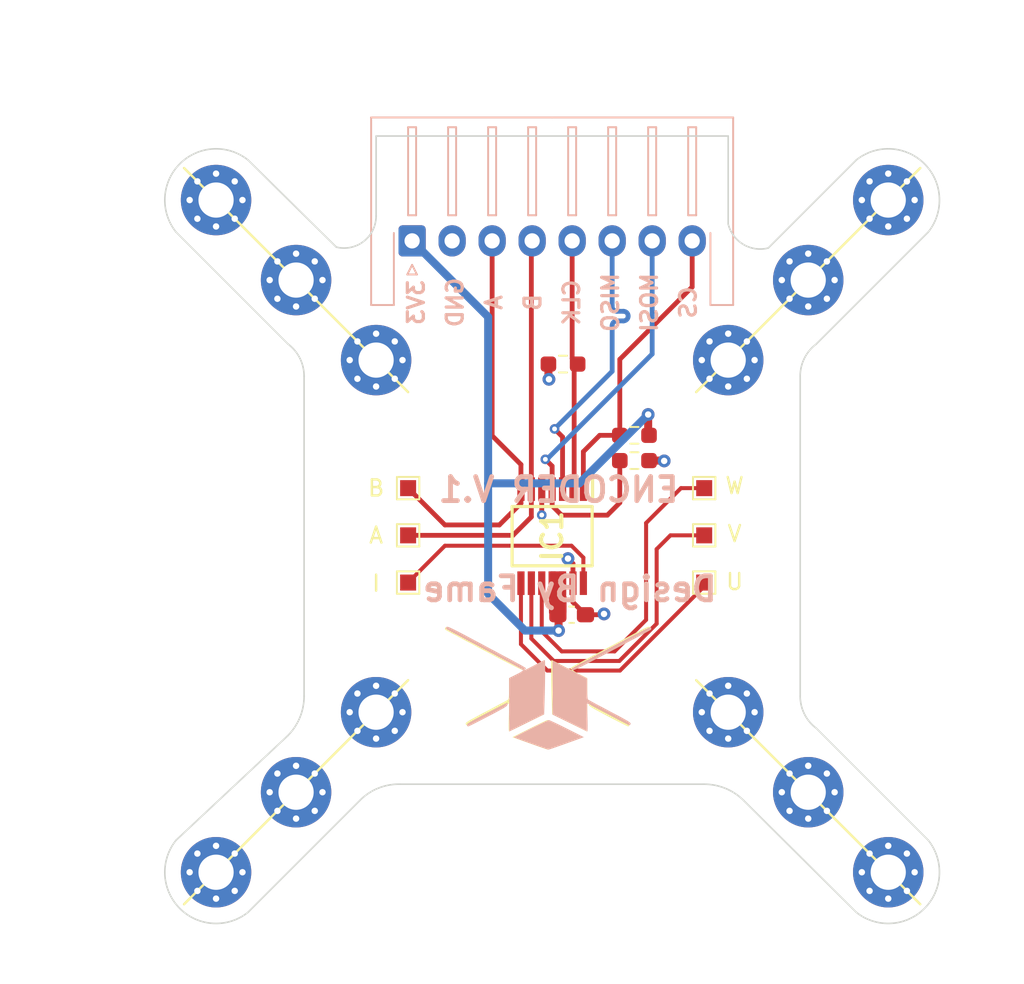
<source format=kicad_pcb>
(kicad_pcb (version 20211014) (generator pcbnew)
  (layers (0 "F.Cu" signal) (1 "In1.Cu" signal) (2 "In2.Cu" signal) (31 "B.Cu" signal) (34 "B.Paste" user) (35 "F.Paste" user) (36 "B.SilkS" user "B.Silkscreen") (37 "F.SilkS" user "F.Silkscreen") (38 "B.Mask" user) (39 "F.Mask" user) (44 "Edge.Cuts" user))
  (net 0 "")
  (net 1 "+3V3")
  (net 2 "GND")
  (net 3 "/I")
  (net 4 "/U")
  (net 5 "/V")
  (net 6 "/W")
  (net 7 "/A")
  (net 8 "/B")
  (net 9 "/MOSI")
  (net 10 "/MISO")
  (net 11 "/CLK")
  (net 12 "/CS")
  (footprint "MountingHole:MountingHole_2.2mm_M2_Pad_Via" (layer "F.Cu") (at 125 87)
    (fp_text reference "H11" hide)
    (fp_text value "MountingHole_Pad")
    (pad "1" thru_hole circle locked (at 1.166726 1.166726) (size 0.7 0.7) (drill 0.4) (layers *.Cu *.Mask) (net 2 "GND"))
    (pad "1" thru_hole circle locked (at -1.166726 1.166726) (size 0.7 0.7) (drill 0.4) (layers *.Cu *.Mask) (net 2 "GND"))
    (pad "1" thru_hole circle locked (at 0 1.65) (size 0.7 0.7) (drill 0.4) (layers *.Cu *.Mask) (net 2 "GND"))
    (pad "1" thru_hole circle locked (at 1.166726 -1.166726) (size 0.7 0.7) (drill 0.4) (layers *.Cu *.Mask) (net 2 "GND"))
    (pad "1" thru_hole circle locked (at 0 0) (size 4.4 4.4) (drill 2.2) (layers *.Cu *.Mask) (net 2 "GND"))
    (pad "1" thru_hole circle locked (at -1.166726 -1.166726) (size 0.7 0.7) (drill 0.4) (layers *.Cu *.Mask) (net 2 "GND"))
    (pad "1" thru_hole circle locked (at -1.65 0) (size 0.7 0.7) (drill 0.4) (layers *.Cu *.Mask) (net 2 "GND"))
    (pad "1" thru_hole circle locked (at 1.65 0) (size 0.7 0.7) (drill 0.4) (layers *.Cu *.Mask) (net 2 "GND"))
    (pad "1" thru_hole circle locked (at 0 -1.65) (size 0.7 0.7) (drill 0.4) (layers *.Cu *.Mask) (net 2 "GND"))
  )
  (footprint "MountingHole:MountingHole_2.2mm_M2_Pad_Via" (layer "F.Cu") (at 130 82 180)
    (fp_text reference "H2" hide)
    (fp_text value "MountingHole_Pad")
    (pad "1" thru_hole circle locked (at -1.65 0 180) (size 0.7 0.7) (drill 0.4) (layers *.Cu *.Mask) (net 2 "GND"))
    (pad "1" thru_hole circle locked (at 0 0 180) (size 4.4 4.4) (drill 2.2) (layers *.Cu *.Mask) (net 2 "GND"))
    (pad "1" thru_hole circle locked (at 1.65 0 180) (size 0.7 0.7) (drill 0.4) (layers *.Cu *.Mask) (net 2 "GND"))
    (pad "1" thru_hole circle locked (at 0 1.65 180) (size 0.7 0.7) (drill 0.4) (layers *.Cu *.Mask) (net 2 "GND"))
    (pad "1" thru_hole circle locked (at -1.166726 -1.166726 180) (size 0.7 0.7) (drill 0.4) (layers *.Cu *.Mask) (net 2 "GND"))
    (pad "1" thru_hole circle locked (at 1.166726 1.166726 180) (size 0.7 0.7) (drill 0.4) (layers *.Cu *.Mask) (net 2 "GND"))
    (pad "1" thru_hole circle locked (at 0 -1.65 180) (size 0.7 0.7) (drill 0.4) (layers *.Cu *.Mask) (net 2 "GND"))
    (pad "1" thru_hole circle locked (at -1.166726 1.166726 180) (size 0.7 0.7) (drill 0.4) (layers *.Cu *.Mask) (net 2 "GND"))
    (pad "1" thru_hole circle locked (at 1.166726 -1.166726 180) (size 0.7 0.7) (drill 0.4) (layers *.Cu *.Mask) (net 2 "GND"))
  )
  (footprint "MountingHole:MountingHole_2.2mm_M2_Pad_Via" (layer "F.Cu") (at 157 55)
    (fp_text reference "H9" hide)
    (fp_text value "MountingHole_Pad")
    (pad "1" thru_hole circle locked (at -1.65 0) (size 0.7 0.7) (drill 0.4) (layers *.Cu *.Mask) (net 2 "GND"))
    (pad "1" thru_hole circle locked (at 0 1.65) (size 0.7 0.7) (drill 0.4) (layers *.Cu *.Mask) (net 2 "GND"))
    (pad "1" thru_hole circle locked (at 1.65 0) (size 0.7 0.7) (drill 0.4) (layers *.Cu *.Mask) (net 2 "GND"))
    (pad "1" thru_hole circle locked (at -1.166726 1.166726) (size 0.7 0.7) (drill 0.4) (layers *.Cu *.Mask) (net 2 "GND"))
    (pad "1" thru_hole circle locked (at -1.166726 -1.166726) (size 0.7 0.7) (drill 0.4) (layers *.Cu *.Mask) (net 2 "GND"))
    (pad "1" thru_hole circle locked (at 1.166726 1.166726) (size 0.7 0.7) (drill 0.4) (layers *.Cu *.Mask) (net 2 "GND"))
    (pad "1" thru_hole circle locked (at 0 -1.65) (size 0.7 0.7) (drill 0.4) (layers *.Cu *.Mask) (net 2 "GND"))
    (pad "1" thru_hole circle locked (at 0 0) (size 4.4 4.4) (drill 2.2) (layers *.Cu *.Mask) (net 2 "GND"))
    (pad "1" thru_hole circle locked (at 1.166726 -1.166726) (size 0.7 0.7) (drill 0.4) (layers *.Cu *.Mask) (net 2 "GND"))
  )
  (footprint "Capacitor_SMD:C_0603_1608Metric_Pad1.08x0.95mm_HandSolder" (layer "F.Cu") (at 142.22 75.91)
    (fp_text reference "C1" hide)
    (fp_text value "0.1u")
    (pad "1" smd roundrect locked (at -0.8625 0) (size 1.075 0.95) (layers "F.Cu" "F.Paste" "F.Mask") (net 1 "+3V3"))
    (pad "2" smd roundrect locked (at 0.8625 0) (size 1.075 0.95) (layers "F.Cu" "F.Paste" "F.Mask") (net 2 "GND"))
  )
  (footprint "Resistor_SMD:R_0603_1608Metric_Pad0.98x0.95mm_HandSolder" (layer "F.Cu") (at 141.68 60.25 180)
    (fp_text reference "R1" hide)
    (fp_text value "10k")
    (pad "1" smd roundrect locked (at -0.9125 0 180) (size 0.975 0.95) (layers "F.Cu" "F.Paste" "F.Mask") (net 11 "/CLK"))
    (pad "2" smd roundrect locked (at 0.9125 0 180) (size 0.975 0.95) (layers "F.Cu" "F.Paste" "F.Mask") (net 2 "GND"))
  )
  (footprint "MountingHole:MountingHole_2.2mm_M2_Pad_Via" (layer "F.Cu") (at 120 92)
    (fp_text reference "H8" hide)
    (fp_text value "MountingHole_Pad")
    (pad "1" thru_hole circle locked (at 1.166726 1.166726) (size 0.7 0.7) (drill 0.4) (layers *.Cu *.Mask) (net 2 "GND"))
    (pad "1" thru_hole circle locked (at 1.166726 -1.166726) (size 0.7 0.7) (drill 0.4) (layers *.Cu *.Mask) (net 2 "GND"))
    (pad "1" thru_hole circle locked (at -1.65 0) (size 0.7 0.7) (drill 0.4) (layers *.Cu *.Mask) (net 2 "GND"))
    (pad "1" thru_hole circle locked (at 0 0) (size 4.4 4.4) (drill 2.2) (layers *.Cu *.Mask) (net 2 "GND"))
    (pad "1" thru_hole circle locked (at 0 -1.65) (size 0.7 0.7) (drill 0.4) (layers *.Cu *.Mask) (net 2 "GND"))
    (pad "1" thru_hole circle locked (at 1.65 0) (size 0.7 0.7) (drill 0.4) (layers *.Cu *.Mask) (net 2 "GND"))
    (pad "1" thru_hole circle locked (at 0 1.65) (size 0.7 0.7) (drill 0.4) (layers *.Cu *.Mask) (net 2 "GND"))
    (pad "1" thru_hole circle locked (at -1.166726 -1.166726) (size 0.7 0.7) (drill 0.4) (layers *.Cu *.Mask) (net 2 "GND"))
    (pad "1" thru_hole circle locked (at -1.166726 1.166726) (size 0.7 0.7) (drill 0.4) (layers *.Cu *.Mask) (net 2 "GND"))
  )
  (footprint "Logo1:Logo1" (layer "F.Cu") (at 140.75 80.5)
    (fp_text reference "G***" hide)
    (fp_text value "LOGO" hide)
  )
  (footprint "MountingHole:MountingHole_2.2mm_M2_Pad_Via" (layer "F.Cu") (at 130 60)
    (fp_text reference "H1" hide)
    (fp_text value "MountingHole_Pad")
    (pad "1" thru_hole circle locked (at -1.65 0) (size 0.7 0.7) (drill 0.4) (layers *.Cu *.Mask) (net 2 "GND"))
    (pad "1" thru_hole circle locked (at 1.166726 -1.166726) (size 0.7 0.7) (drill 0.4) (layers *.Cu *.Mask) (net 2 "GND"))
    (pad "1" thru_hole circle locked (at -1.166726 1.166726) (size 0.7 0.7) (drill 0.4) (layers *.Cu *.Mask) (net 2 "GND"))
    (pad "1" thru_hole circle locked (at 1.65 0) (size 0.7 0.7) (drill 0.4) (layers *.Cu *.Mask) (net 2 "GND"))
    (pad "1" thru_hole circle locked (at 1.166726 1.166726) (size 0.7 0.7) (drill 0.4) (layers *.Cu *.Mask) (net 2 "GND"))
    (pad "1" thru_hole circle locked (at 0 -1.65) (size 0.7 0.7) (drill 0.4) (layers *.Cu *.Mask) (net 2 "GND"))
    (pad "1" thru_hole circle locked (at 0 0) (size 4.4 4.4) (drill 2.2) (layers *.Cu *.Mask) (net 2 "GND"))
    (pad "1" thru_hole circle locked (at -1.166726 -1.166726) (size 0.7 0.7) (drill 0.4) (layers *.Cu *.Mask) (net 2 "GND"))
    (pad "1" thru_hole circle locked (at 0 1.65) (size 0.7 0.7) (drill 0.4) (layers *.Cu *.Mask) (net 2 "GND"))
  )
  (footprint "TestPoint:TestPoint_Pad_1.0x1.0mm" (layer "F.Cu") (at 150.5 70.95)
    (fp_text reference "TP5" hide)
    (fp_text value "TestPoint")
    (pad "1" smd rect locked (at 0 0) (size 1 1) (layers "F.Cu" "F.Mask") (net 5 "/V"))
  )
  (footprint "AS5047U:SOP65P640X120-14N" (layer "F.Cu") (at 141 71 -90)
    (fp_text reference "IC1" (at 0 0 90) (layer "F.SilkS") (effects (font (size 1.27 1.27) (thickness 0.254))))
    (fp_text value "AS5047U-HTSM" hide)
    (pad "1" smd rect locked (at -2.938 -1.95) (size 0.45 1.475) (layers "F.Cu" "F.Paste" "F.Mask") (net 12 "/CS"))
    (pad "2" smd rect locked (at -2.938 -1.3) (size 0.45 1.475) (layers "F.Cu" "F.Paste" "F.Mask") (net 11 "/CLK"))
    (pad "3" smd rect locked (at -2.938 -0.65) (size 0.45 1.475) (layers "F.Cu" "F.Paste" "F.Mask") (net 10 "/MISO"))
    (pad "4" smd rect locked (at -2.938 0) (size 0.45 1.475) (layers "F.Cu" "F.Paste" "F.Mask") (net 9 "/MOSI"))
    (pad "5" smd rect locked (at -2.938 0.65) (size 0.45 1.475) (layers "F.Cu" "F.Paste" "F.Mask") (net 2 "GND"))
    (pad "6" smd rect locked (at -2.938 1.3) (size 0.45 1.475) (layers "F.Cu" "F.Paste" "F.Mask") (net 8 "/B"))
    (pad "7" smd rect locked (at -2.938 1.95) (size 0.45 1.475) (layers "F.Cu" "F.Paste" "F.Mask") (net 7 "/A"))
    (pad "8" smd rect locked (at 2.938 1.95) (size 0.45 1.475) (layers "F.Cu" "F.Paste" "F.Mask") (net 6 "/W"))
    (pad "9" smd rect locked (at 2.938 1.3) (size 0.45 1.475) (layers "F.Cu" "F.Paste" "F.Mask") (net 5 "/V"))
    (pad "10" smd rect locked (at 2.938 0.65) (size 0.45 1.475) (layers "F.Cu" "F.Paste" "F.Mask") (net 4 "/U"))
    (pad "11" smd rect locked (at 2.938 0) (size 0.45 1.475) (layers "F.Cu" "F.Paste" "F.Mask") (net 1 "+3V3"))
    (pad "12" smd rect locked (at 2.938 -0.65) (size 0.45 1.475) (layers "F.Cu" "F.Paste" "F.Mask") (net 1 "+3V3"))
    (pad "13" smd rect locked (at 2.938 -1.3) (size 0.45 1.475) (layers "F.Cu" "F.Paste" "F.Mask") (net 2 "GND"))
    (pad "14" smd rect locked (at 2.938 -1.95) (size 0.45 1.475) (layers "F.Cu" "F.Paste" "F.Mask") (net 3 "/I"))
  )
  (footprint "MountingHole:MountingHole_2.2mm_M2_Pad_Via" (layer "F.Cu") (at 162 92)
    (fp_text reference "H7" hide)
    (fp_text value "MountingHole_Pad")
    (pad "1" thru_hole circle locked (at 1.166726 -1.166726) (size 0.7 0.7) (drill 0.4) (layers *.Cu *.Mask) (net 2 "GND"))
    (pad "1" thru_hole circle locked (at -1.65 0) (size 0.7 0.7) (drill 0.4) (layers *.Cu *.Mask) (net 2 "GND"))
    (pad "1" thru_hole circle locked (at -1.166726 -1.166726) (size 0.7 0.7) (drill 0.4) (layers *.Cu *.Mask) (net 2 "GND"))
    (pad "1" thru_hole circle locked (at 0 0) (size 4.4 4.4) (drill 2.2) (layers *.Cu *.Mask) (net 2 "GND"))
    (pad "1" thru_hole circle locked (at -1.166726 1.166726) (size 0.7 0.7) (drill 0.4) (layers *.Cu *.Mask) (net 2 "GND"))
    (pad "1" thru_hole circle locked (at 0 1.65) (size 0.7 0.7) (drill 0.4) (layers *.Cu *.Mask) (net 2 "GND"))
    (pad "1" thru_hole circle locked (at 0 -1.65) (size 0.7 0.7) (drill 0.4) (layers *.Cu *.Mask) (net 2 "GND"))
    (pad "1" thru_hole circle locked (at 1.65 0) (size 0.7 0.7) (drill 0.4) (layers *.Cu *.Mask) (net 2 "GND"))
    (pad "1" thru_hole circle locked (at 1.166726 1.166726) (size 0.7 0.7) (drill 0.4) (layers *.Cu *.Mask) (net 2 "GND"))
  )
  (footprint "MountingHole:MountingHole_2.2mm_M2_Pad_Via" (layer "F.Cu") (at 152 60)
    (fp_text reference "H3" hide)
    (fp_text value "MountingHole_Pad")
    (pad "1" thru_hole circle locked (at -1.166726 -1.166726) (size 0.7 0.7) (drill 0.4) (layers *.Cu *.Mask) (net 2 "GND"))
    (pad "1" thru_hole circle locked (at -1.166726 1.166726) (size 0.7 0.7) (drill 0.4) (layers *.Cu *.Mask) (net 2 "GND"))
    (pad "1" thru_hole circle locked (at -1.65 0) (size 0.7 0.7) (drill 0.4) (layers *.Cu *.Mask) (net 2 "GND"))
    (pad "1" thru_hole circle locked (at 1.166726 1.166726) (size 0.7 0.7) (drill 0.4) (layers *.Cu *.Mask) (net 2 "GND"))
    (pad "1" thru_hole circle locked (at 1.166726 -1.166726) (size 0.7 0.7) (drill 0.4) (layers *.Cu *.Mask) (net 2 "GND"))
    (pad "1" thru_hole circle locked (at 0 1.65) (size 0.7 0.7) (drill 0.4) (layers *.Cu *.Mask) (net 2 "GND"))
    (pad "1" thru_hole circle locked (at 1.65 0) (size 0.7 0.7) (drill 0.4) (layers *.Cu *.Mask) (net 2 "GND"))
    (pad "1" thru_hole circle locked (at 0 0) (size 4.4 4.4) (drill 2.2) (layers *.Cu *.Mask) (net 2 "GND"))
    (pad "1" thru_hole circle locked (at 0 -1.65) (size 0.7 0.7) (drill 0.4) (layers *.Cu *.Mask) (net 2 "GND"))
  )
  (footprint "TestPoint:TestPoint_Pad_1.0x1.0mm" (layer "F.Cu") (at 132 70.95)
    (fp_text reference "TP2" hide)
    (fp_text value "TestPoint")
    (pad "1" smd rect locked (at 0 0) (size 1 1) (layers "F.Cu" "F.Mask") (net 8 "/B"))
  )
  (footprint "TestPoint:TestPoint_Pad_1.0x1.0mm" (layer "F.Cu") (at 132 68)
    (fp_text reference "TP1" hide)
    (fp_text value "TestPoint")
    (pad "1" smd rect locked (at 0 0) (size 1 1) (layers "F.Cu" "F.Mask") (net 7 "/A"))
  )
  (footprint "TestPoint:TestPoint_Pad_1.0x1.0mm" (layer "F.Cu") (at 150.5 73.9)
    (fp_text reference "TP6" hide)
    (fp_text value "TestPoint")
    (pad "1" smd rect locked (at 0 0) (size 1 1) (layers "F.Cu" "F.Mask") (net 6 "/W"))
  )
  (footprint "TestPoint:TestPoint_Pad_1.0x1.0mm" (layer "F.Cu") (at 150.5 68)
    (fp_text reference "TP4" hide)
    (fp_text value "TestPoint")
    (pad "1" smd rect locked (at 0 0) (size 1 1) (layers "F.Cu" "F.Mask") (net 4 "/U"))
  )
  (footprint "Resistor_SMD:R_0603_1608Metric_Pad0.98x0.95mm_HandSolder" (layer "F.Cu") (at 146.14 66.28)
    (fp_text reference "R2" hide)
    (fp_text value "10k")
    (pad "1" smd roundrect locked (at -0.9125 0) (size 0.975 0.95) (layers "F.Cu" "F.Paste" "F.Mask") (net 9 "/MOSI"))
    (pad "2" smd roundrect locked (at 0.9125 0) (size 0.975 0.95) (layers "F.Cu" "F.Paste" "F.Mask") (net 2 "GND"))
  )
  (footprint "MountingHole:MountingHole_2.2mm_M2_Pad_Via" (layer "F.Cu") (at 125 55)
    (fp_text reference "H12" hide)
    (fp_text value "MountingHole_Pad")
    (pad "1" thru_hole circle locked (at -1.65 0) (size 0.7 0.7) (drill 0.4) (layers *.Cu *.Mask) (net 2 "GND"))
    (pad "1" thru_hole circle locked (at -1.166726 1.166726) (size 0.7 0.7) (drill 0.4) (layers *.Cu *.Mask) (net 2 "GND"))
    (pad "1" thru_hole circle locked (at 1.166726 1.166726) (size 0.7 0.7) (drill 0.4) (layers *.Cu *.Mask) (net 2 "GND"))
    (pad "1" thru_hole circle locked (at 0 0) (size 4.4 4.4) (drill 2.2) (layers *.Cu *.Mask) (net 2 "GND"))
    (pad "1" thru_hole circle locked (at 1.166726 -1.166726) (size 0.7 0.7) (drill 0.4) (layers *.Cu *.Mask) (net 2 "GND"))
    (pad "1" thru_hole circle locked (at 1.65 0) (size 0.7 0.7) (drill 0.4) (layers *.Cu *.Mask) (net 2 "GND"))
    (pad "1" thru_hole circle locked (at -1.166726 -1.166726) (size 0.7 0.7) (drill 0.4) (layers *.Cu *.Mask) (net 2 "GND"))
    (pad "1" thru_hole circle locked (at 0 -1.65) (size 0.7 0.7) (drill 0.4) (layers *.Cu *.Mask) (net 2 "GND"))
    (pad "1" thru_hole circle locked (at 0 1.65) (size 0.7 0.7) (drill 0.4) (layers *.Cu *.Mask) (net 2 "GND"))
  )
  (footprint "Resistor_SMD:R_0603_1608Metric_Pad0.98x0.95mm_HandSolder" (layer "F.Cu") (at 146.14 64.7 180)
    (fp_text reference "R3" hide)
    (fp_text value "10k")
    (pad "1" smd roundrect locked (at -0.9125 0 180) (size 0.975 0.95) (layers "F.Cu" "F.Paste" "F.Mask") (net 1 "+3V3"))
    (pad "2" smd roundrect locked (at 0.9125 0 180) (size 0.975 0.95) (layers "F.Cu" "F.Paste" "F.Mask") (net 12 "/CS"))
  )
  (footprint "MountingHole:MountingHole_2.2mm_M2_Pad_Via" (layer "F.Cu") (at 157 87)
    (fp_text reference "H10" hide)
    (fp_text value "MountingHole_Pad")
    (pad "1" thru_hole circle locked (at -1.166726 -1.166726) (size 0.7 0.7) (drill 0.4) (layers *.Cu *.Mask) (net 2 "GND"))
    (pad "1" thru_hole circle locked (at 0 0) (size 4.4 4.4) (drill 2.2) (layers *.Cu *.Mask) (net 2 "GND"))
    (pad "1" thru_hole circle locked (at -1.166726 1.166726) (size 0.7 0.7) (drill 0.4) (layers *.Cu *.Mask) (net 2 "GND"))
    (pad "1" thru_hole circle locked (at 0 1.65) (size 0.7 0.7) (drill 0.4) (layers *.Cu *.Mask) (net 2 "GND"))
    (pad "1" thru_hole circle locked (at 1.166726 1.166726) (size 0.7 0.7) (drill 0.4) (layers *.Cu *.Mask) (net 2 "GND"))
    (pad "1" thru_hole circle locked (at -1.65 0) (size 0.7 0.7) (drill 0.4) (layers *.Cu *.Mask) (net 2 "GND"))
    (pad "1" thru_hole circle locked (at 1.166726 -1.166726) (size 0.7 0.7) (drill 0.4) (layers *.Cu *.Mask) (net 2 "GND"))
    (pad "1" thru_hole circle locked (at 1.65 0) (size 0.7 0.7) (drill 0.4) (layers *.Cu *.Mask) (net 2 "GND"))
    (pad "1" thru_hole circle locked (at 0 -1.65) (size 0.7 0.7) (drill 0.4) (layers *.Cu *.Mask) (net 2 "GND"))
  )
  (footprint "TestPoint:TestPoint_Pad_1.0x1.0mm" (layer "F.Cu") (at 132 73.9)
    (fp_text reference "TP3" hide)
    (fp_text value "TestPoint")
    (pad "1" smd rect locked (at 0 0) (size 1 1) (layers "F.Cu" "F.Mask") (net 3 "/I"))
  )
  (footprint "MountingHole:MountingHole_2.2mm_M2_Pad_Via" (layer "F.Cu") (at 120 50)
    (fp_text reference "H6" hide)
    (fp_text value "MountingHole_Pad")
    (pad "1" thru_hole circle locked (at 0 -1.65) (size 0.7 0.7) (drill 0.4) (layers *.Cu *.Mask) (net 2 "GND"))
    (pad "1" thru_hole circle locked (at 0 1.65) (size 0.7 0.7) (drill 0.4) (layers *.Cu *.Mask) (net 2 "GND"))
    (pad "1" thru_hole circle locked (at -1.65 0) (size 0.7 0.7) (drill 0.4) (layers *.Cu *.Mask) (net 2 "GND"))
    (pad "1" thru_hole circle locked (at 1.166726 1.166726) (size 0.7 0.7) (drill 0.4) (layers *.Cu *.Mask) (net 2 "GND"))
    (pad "1" thru_hole circle locked (at 1.65 0) (size 0.7 0.7) (drill 0.4) (layers *.Cu *.Mask) (net 2 "GND"))
    (pad "1" thru_hole circle locked (at 1.166726 -1.166726) (size 0.7 0.7) (drill 0.4) (layers *.Cu *.Mask) (net 2 "GND"))
    (pad "1" thru_hole circle locked (at 0 0) (size 4.4 4.4) (drill 2.2) (layers *.Cu *.Mask) (net 2 "GND"))
    (pad "1" thru_hole circle locked (at -1.166726 1.166726) (size 0.7 0.7) (drill 0.4) (layers *.Cu *.Mask) (net 2 "GND"))
    (pad "1" thru_hole circle locked (at -1.166726 -1.166726) (size 0.7 0.7) (drill 0.4) (layers *.Cu *.Mask) (net 2 "GND"))
  )
  (footprint "MountingHole:MountingHole_2.2mm_M2_Pad_Via" (layer "F.Cu") (at 152 82 180)
    (fp_text reference "H4" hide)
    (fp_text value "MountingHole_Pad")
    (pad "1" thru_hole circle locked (at 1.166726 -1.166726 180) (size 0.7 0.7) (drill 0.4) (layers *.Cu *.Mask) (net 2 "GND"))
    (pad "1" thru_hole circle locked (at 1.166726 1.166726 180) (size 0.7 0.7) (drill 0.4) (layers *.Cu *.Mask) (net 2 "GND"))
    (pad "1" thru_hole circle locked (at 0 0 180) (size 4.4 4.4) (drill 2.2) (layers *.Cu *.Mask) (net 2 "GND"))
    (pad "1" thru_hole circle locked (at 1.65 0 180) (size 0.7 0.7) (drill 0.4) (layers *.Cu *.Mask) (net 2 "GND"))
    (pad "1" thru_hole circle locked (at 0 -1.65 180) (size 0.7 0.7) (drill 0.4) (layers *.Cu *.Mask) (net 2 "GND"))
    (pad "1" thru_hole circle locked (at 0 1.65 180) (size 0.7 0.7) (drill 0.4) (layers *.Cu *.Mask) (net 2 "GND"))
    (pad "1" thru_hole circle locked (at -1.166726 1.166726 180) (size 0.7 0.7) (drill 0.4) (layers *.Cu *.Mask) (net 2 "GND"))
    (pad "1" thru_hole circle locked (at -1.166726 -1.166726 180) (size 0.7 0.7) (drill 0.4) (layers *.Cu *.Mask) (net 2 "GND"))
    (pad "1" thru_hole circle locked (at -1.65 0 180) (size 0.7 0.7) (drill 0.4) (layers *.Cu *.Mask) (net 2 "GND"))
  )
  (footprint "MountingHole:MountingHole_2.2mm_M2_Pad_Via" (layer "F.Cu") (at 162 50)
    (fp_text reference "H5" hide)
    (fp_text value "MountingHole_Pad")
    (pad "1" thru_hole circle locked (at 1.166726 -1.166726) (size 0.7 0.7) (drill 0.4) (layers *.Cu *.Mask) (net 2 "GND"))
    (pad "1" thru_hole circle locked (at 0 0) (size 4.4 4.4) (drill 2.2) (layers *.Cu *.Mask) (net 2 "GND"))
    (pad "1" thru_hole circle locked (at 1.166726 1.166726) (size 0.7 0.7) (drill 0.4) (layers *.Cu *.Mask) (net 2 "GND"))
    (pad "1" thru_hole circle locked (at 0 -1.65) (size 0.7 0.7) (drill 0.4) (layers *.Cu *.Mask) (net 2 "GND"))
    (pad "1" thru_hole circle locked (at -1.65 0) (size 0.7 0.7) (drill 0.4) (layers *.Cu *.Mask) (net 2 "GND"))
    (pad "1" thru_hole circle locked (at -1.166726 1.166726) (size 0.7 0.7) (drill 0.4) (layers *.Cu *.Mask) (net 2 "GND"))
    (pad "1" thru_hole circle locked (at 0 1.65) (size 0.7 0.7) (drill 0.4) (layers *.Cu *.Mask) (net 2 "GND"))
    (pad "1" thru_hole circle locked (at 1.65 0) (size 0.7 0.7) (drill 0.4) (layers *.Cu *.Mask) (net 2 "GND"))
    (pad "1" thru_hole circle locked (at -1.166726 -1.166726) (size 0.7 0.7) (drill 0.4) (layers *.Cu *.Mask) (net 2 "GND"))
  )
  (footprint "Connector_JST:JST_XH_S8B-XH-A-1_1x08_P2.50mm_Horizontal" (layer "B.Cu") (at 132.25 52.55)
    (fp_text reference "J1" hide)
    (fp_text value "Conn_01x08")
    (pad "1" thru_hole roundrect locked (at 0 0) (size 1.7 1.95) (drill 0.95) (layers *.Cu *.Mask) (roundrect_rratio 0.1470588235) (net 1 "+3V3"))
    (pad "2" thru_hole oval locked (at 2.5 0) (size 1.7 1.95) (drill 0.95) (layers *.Cu *.Mask) (net 2 "GND"))
    (pad "3" thru_hole oval locked (at 5 0) (size 1.7 1.95) (drill 0.95) (layers *.Cu *.Mask) (net 7 "/A"))
    (pad "4" thru_hole oval locked (at 7.5 0) (size 1.7 1.95) (drill 0.95) (layers *.Cu *.Mask) (net 8 "/B"))
    (pad "5" thru_hole oval locked (at 10 0) (size 1.7 1.95) (drill 0.95) (layers *.Cu *.Mask) (net 11 "/CLK"))
    (pad "6" thru_hole oval locked (at 12.5 0) (size 1.7 1.95) (drill 0.95) (layers *.Cu *.Mask) (net 10 "/MISO"))
    (pad "7" thru_hole oval locked (at 15 0) (size 1.7 1.95) (drill 0.95) (layers *.Cu *.Mask) (net 9 "/MOSI"))
    (pad "8" thru_hole oval locked (at 17.5 0) (size 1.7 1.95) (drill 0.95) (layers *.Cu *.Mask) (net 12 "/CS"))
  )
  (footprint "Logo1:Logo1" (layer "B.Cu") (at 140.75 80.5 180)
    (fp_text reference "G***" hide)
    (fp_text value "LOGO" hide)
  )
  (gr_line (start 118 94) (end 132 80) (layer "F.SilkS") (width 0.15))
  (gr_line (start 118 48) (end 132 62) (layer "F.SilkS") (width 0.15))
  (gr_line (start 164 94) (end 150 80) (layer "F.SilkS") (width 0.15))
  (gr_line (start 150 62) (end 164 48) (layer "F.SilkS") (width 0.15))
  (gr_line (start 129 87.5) (end 122 94.5) (layer "Edge.Cuts") (width 0.1))
  (gr_arc (start 154.5 52.999999) (mid 152.939341 52.767766) (end 152.000001 51.5) (layer "Edge.Cuts") (width 0.1))
  (gr_arc (start 124.5 59) (mid 125.236068 59.881966) (end 125.5 61) (layer "Edge.Cuts") (width 0.1))
  (gr_arc (start 160 47.5) (mid 164.263846 47.736154) (end 164.5 52) (layer "Edge.Cuts") (width 0.1))
  (gr_line (start 157.5 83) (end 164.5 90) (layer "Edge.Cuts") (width 0.1))
  (gr_line (start 124.5 59) (end 117.5 52) (layer "Edge.Cuts") (width 0.1))
  (gr_line (start 130 51) (end 130 46) (layer "Edge.Cuts") (width 0.1))
  (gr_arc (start 130 51) (mid 129.230825 52.576411) (end 127.514929 52.940285) (layer "Edge.Cuts") (width 0.1))
  (gr_line (start 152.974874 87.525126) (end 160 94.5) (layer "Edge.Cuts") (width 0.1))
  (gr_line (start 130 46) (end 152 46) (layer "Edge.Cuts") (width 0.1))
  (gr_line (start 157.5 59) (end 164.5 52) (layer "Edge.Cuts") (width 0.1))
  (gr_line (start 160 47.5) (end 154.5 52.999999) (layer "Edge.Cuts") (width 0.1))
  (gr_line (start 125.5 81) (end 125.5 61) (layer "Edge.Cuts") (width 0.1))
  (gr_arc (start 156.5 61) (mid 156.763932 59.881966) (end 157.5 59) (layer "Edge.Cuts") (width 0.1))
  (gr_line (start 156.5 61) (end 156.5 81) (layer "Edge.Cuts") (width 0.1))
  (gr_arc (start 164.5 90) (mid 164.263846 94.263846) (end 160 94.5) (layer "Edge.Cuts") (width 0.1))
  (gr_line (start 124.474874 83.474874) (end 117.5 90) (layer "Edge.Cuts") (width 0.1))
  (gr_arc (start 157.5 83) (mid 156.763932 82.118034) (end 156.5 81) (layer "Edge.Cuts") (width 0.1))
  (gr_arc (start 150.5 86.5) (mid 151.839392 86.766422) (end 152.974874 87.525126) (layer "Edge.Cuts") (width 0.1))
  (gr_arc (start 129.000001 87.500001) (mid 130.147372 86.743429) (end 131.5 86.5) (layer "Edge.Cuts") (width 0.1))
  (gr_arc (start 122 94.5) (mid 117.736154 94.263846) (end 117.5 90) (layer "Edge.Cuts") (width 0.1))
  (gr_arc (start 117.5 52) (mid 117.736154 47.736154) (end 122 47.5) (layer "Edge.Cuts") (width 0.1))
  (gr_line (start 122 47.5) (end 127.514929 52.940285) (layer "Edge.Cuts") (width 0.1))
  (gr_line (start 152 46) (end 152.000001 51.5) (layer "Edge.Cuts") (width 0.1))
  (gr_arc (start 125.5 81) (mid 125.233578 82.339392) (end 124.474874 83.474874) (layer "Edge.Cuts") (width 0.1))
  (gr_line (start 150.5 86.5) (end 131.5 86.5) (layer "Edge.Cuts") (width 0.1))
  (gr_text "GND" (at 134.928571 56.4 90) (layer "B.SilkS") (effects (font (size 1 1) (thickness 0.2)) (justify mirror)))
  (gr_text "Design By Fame" (at 142.1 74.3) (layer "B.SilkS") (effects (font (size 1.5 1.5) (thickness 0.3)) (justify mirror)))
  (gr_text "CLK" (at 142.214284 56.399999 90) (layer "B.SilkS") (effects (font (size 1 1) (thickness 0.2)) (justify mirror)))
  (gr_text "ENCODER V.1" (at 141.4 68.1) (layer "B.SilkS") (effects (font (size 1.5 1.5) (thickness 0.3)) (justify mirror)))
  (gr_text "3V3\n" (at 132.5 56.4 90) (layer "B.SilkS") (effects (font (size 1 1) (thickness 0.2)) (justify mirror)))
  (gr_text "A" (at 137.357142 56.4 90) (layer "B.SilkS") (effects (font (size 1 1) (thickness 0.2)) (justify mirror)))
  (gr_text "MOSI" (at 147.071426 56.399999 90) (layer "B.SilkS") (effects (font (size 1 1) (thickness 0.2)) (justify mirror)))
  (gr_text "B" (at 139.785713 56.399999 90) (layer "B.SilkS") (effects (font (size 1 1) (thickness 0.2)) (justify mirror)))
  (gr_text "CS" (at 149.5 56.4 90) (layer "B.SilkS") (effects (font (size 1 1) (thickness 0.2)) (justify mirror)))
  (gr_text "MISO" (at 144.642855 56.399999 90) (layer "B.SilkS") (effects (font (size 1 1) (thickness 0.2)) (justify mirror)))
  (gr_text "V" (at 152.4 70.85) (layer "F.SilkS") (effects (font (size 1 1))))
  (gr_text "B" (at 130 68) (layer "F.SilkS") (effects (font (size 1 1))))
  (gr_text "W" (at 152.4 67.85) (layer "F.SilkS") (effects (font (size 1 1))))
  (gr_text "U" (at 152.4 73.85) (layer "F.SilkS") (effects (font (size 1 1))))
  (gr_text "A" (at 130 70.95) (layer "F.SilkS") (effects (font (size 1 1))))
  (gr_text "I" (at 130 73.95) (layer "F.SilkS") (effects (font (size 1 1))))
  (segment (start 147 64.6475) (end 147.0525 64.7) (width 0.5) (layer "F.Cu") (net 1))
  (segment (start 147 63.4) (end 147 64.6475) (width 0.5) (layer "F.Cu") (net 1))
  (segment (start 141.4 75.9525) (end 141.3575 75.91) (width 0.5) (layer "F.Cu") (net 1))
  (segment (start 141.312299 75.955201) (end 141.3575 75.91) (width 0.3) (layer "F.Cu") (net 1))
  (segment (start 141.4 76.9) (end 141.4 75.9525) (width 0.5) (layer "F.Cu") (net 1))
  (via (at 147 63.4) (size 0.8) (drill 0.4) (layers "F.Cu" "B.Cu") (net 1))
  (via (at 141.4 76.9) (size 0.8) (drill 0.4) (layers "F.Cu" "B.Cu") (net 1))
  (segment (start 137 67.7) (end 137 74.6) (width 0.5) (layer "B.Cu") (net 1))
  (segment (start 139.3 76.9) (end 141.4 76.9) (width 0.5) (layer "B.Cu") (net 1))
  (segment (start 142.7 67.7) (end 147 63.4) (width 0.5) (layer "B.Cu") (net 1))
  (segment (start 137 67.7) (end 142.7 67.7) (width 0.5) (layer "B.Cu") (net 1))
  (segment (start 137 57.3) (end 137 67.7) (width 0.5) (layer "B.Cu") (net 1))
  (segment (start 132.25 52.55) (end 137 57.3) (width 0.5) (layer "B.Cu") (net 1))
  (segment (start 137 74.6) (end 139.3 76.9) (width 0.5) (layer "B.Cu") (net 1))
  (segment (start 143.0825 75.91) (end 142.3 75.1275) (width 0.3) (layer "F.Cu") (net 2))
  (segment (start 144.19 75.91) (end 144.24 75.86) (width 0.3) (layer "F.Cu") (net 2))
  (segment (start 142.3 73.938) (end 142.3 72.714598) (width 0.3) (layer "F.Cu") (net 2))
  (segment (start 140.7675 61.1675) (end 140.8 61.2) (width 0.5) (layer "F.Cu") (net 2))
  (segment (start 140.7675 60.25) (end 140.7675 61.1675) (width 0.5) (layer "F.Cu") (net 2))
  (segment (start 142.3 75.1275) (end 142.3 73.938) (width 0.3) (layer "F.Cu") (net 2))
  (segment (start 147.98 66.28) (end 148 66.3) (width 0.5) (layer "F.Cu") (net 2))
  (segment (start 147.0525 66.28) (end 147.98 66.28) (width 0.5) (layer "F.Cu") (net 2))
  (segment (start 140.35 68.062) (end 140.35 69.68) (width 0.3) (layer "F.Cu") (net 2))
  (segment (start 143.0825 75.91) (end 144.19 75.91) (width 0.3) (layer "F.Cu") (net 2))
  (segment (start 142.3 72.714598) (end 141.987701 72.402299) (width 0.3) (layer "F.Cu") (net 2))
  (via (at 140.35 69.68) (size 0.6) (drill 0.3) (layers "F.Cu" "B.Cu") (net 2))
  (via (at 148 66.3) (size 0.8) (drill 0.4) (layers "F.Cu" "B.Cu") (net 2))
  (via (at 141.987701 72.402299) (size 0.8) (drill 0.4) (layers "F.Cu" "B.Cu") (net 2))
  (via (at 144.24 75.86) (size 0.8) (drill 0.4) (layers "F.Cu" "B.Cu") (net 2))
  (via (at 140.8 61.2) (size 0.8) (drill 0.4) (layers "F.Cu" "B.Cu") (net 2))
  (segment (start 142.210016 71.6) (end 142.95 72.339984) (width 0.25) (layer "F.Cu") (net 3))
  (segment (start 134.3 71.6) (end 142.210016 71.6) (width 0.25) (layer "F.Cu") (net 3))
  (segment (start 142.95 72.339984) (end 142.95 73.938) (width 0.25) (layer "F.Cu") (net 3))
  (segment (start 132 73.9) (end 134.3 71.6) (width 0.25) (layer "F.Cu") (net 3))
  (segment (start 140.35 76.95) (end 141.6 78.2) (width 0.25) (layer "F.Cu") (net 4))
  (segment (start 144.9 78.2) (end 146.87 76.23) (width 0.25) (layer "F.Cu") (net 4))
  (segment (start 146.87 70.18) (end 149.05 68) (width 0.25) (layer "F.Cu") (net 4))
  (segment (start 141.6 78.2) (end 144.9 78.2) (width 0.25) (layer "F.Cu") (net 4))
  (segment (start 140.35 73.938) (end 140.35 76.95) (width 0.25) (layer "F.Cu") (net 4))
  (segment (start 149.05 68) (end 150.5 68) (width 0.25) (layer "F.Cu") (net 4))
  (segment (start 146.87 76.23) (end 146.87 70.18) (width 0.25) (layer "F.Cu") (net 4))
  (segment (start 139.7 73.938) (end 139.7 77.4) (width 0.25) (layer "F.Cu") (net 5))
  (segment (start 147.53 71.81) (end 148.39 70.95) (width 0.25) (layer "F.Cu") (net 5))
  (segment (start 148.39 70.95) (end 150.5 70.95) (width 0.25) (layer "F.Cu") (net 5))
  (segment (start 145.2 78.8) (end 147.53 76.47) (width 0.25) (layer "F.Cu") (net 5))
  (segment (start 141.1 78.8) (end 145.2 78.8) (width 0.25) (layer "F.Cu") (net 5))
  (segment (start 147.53 76.47) (end 147.53 71.81) (width 0.25) (layer "F.Cu") (net 5))
  (segment (start 139.7 77.4) (end 141.1 78.8) (width 0.25) (layer "F.Cu") (net 5))
  (segment (start 145.235717 79.4) (end 150.5 74.135717) (width 0.25) (layer "F.Cu") (net 6))
  (segment (start 150.5 74.135717) (end 150.5 73.9) (width 0.25) (layer "F.Cu") (net 6))
  (segment (start 140.7 79.4) (end 145.235717 79.4) (width 0.25) (layer "F.Cu") (net 6))
  (segment (start 139.05 73.938) (end 139.05 77.75) (width 0.25) (layer "F.Cu") (net 6))
  (segment (start 139.05 77.75) (end 140.7 79.4) (width 0.25) (layer "F.Cu") (net 6))
  (segment (start 139.05 68.95) (end 137.7 70.3) (width 0.3) (layer "F.Cu") (net 7))
  (segment (start 139.05 68.062) (end 139.05 66.525) (width 0.3) (layer "F.Cu") (net 7))
  (segment (start 134.3 70.3) (end 132 68) (width 0.3) (layer "F.Cu") (net 7))
  (segment (start 137.7 70.3) (end 134.3 70.3) (width 0.3) (layer "F.Cu") (net 7))
  (segment (start 137.25 64.725) (end 137.25 52.55) (width 0.3) (layer "F.Cu") (net 7))
  (segment (start 139.05 66.525) (end 137.25 64.725) (width 0.3) (layer "F.Cu") (net 7))
  (segment (start 139.05 68.062) (end 139.05 68.95) (width 0.3) (layer "F.Cu") (net 7))
  (segment (start 139.7 69.8) (end 138.55 70.95) (width 0.3) (layer "F.Cu") (net 8))
  (segment (start 139.7 52.6) (end 139.75 52.55) (width 0.3) (layer "F.Cu") (net 8))
  (segment (start 139.7 68.062) (end 139.7 69.8) (width 0.3) (layer "F.Cu") (net 8))
  (segment (start 138.55 70.95) (end 132 70.95) (width 0.3) (layer "F.Cu") (net 8))
  (segment (start 139.7 68.062) (end 139.7 52.6) (width 0.3) (layer "F.Cu") (net 8))
  (segment (start 141 68.062) (end 141 69.0995) (width 0.3) (layer "F.Cu") (net 9))
  (segment (start 145.2275 68.9125) (end 145.2275 66.28) (width 0.3) (layer "F.Cu") (net 9))
  (segment (start 141.5905 69.69) (end 144.45 69.69) (width 0.3) (layer "F.Cu") (net 9))
  (segment (start 141 66.625) (end 141 68.062) (width 0.3) (layer "F.Cu") (net 9))
  (segment (start 140.575 66.2) (end 141 66.625) (width 0.3) (layer "F.Cu") (net 9))
  (segment (start 144.45 69.69) (end 145.2275 68.9125) (width 0.3) (layer "F.Cu") (net 9))
  (segment (start 141 69.0995) (end 141.5905 69.69) (width 0.3) (layer "F.Cu") (net 9))
  (via (at 140.575 66.2) (size 0.6) (drill 0.3) (layers "F.Cu" "B.Cu") (net 9))
  (segment (start 140.668548 66.2) (end 147.25 59.618548) (width 0.3) (layer "B.Cu") (net 9))
  (segment (start 147.25 59.618548) (end 147.25 52.55) (width 0.3) (layer "B.Cu") (net 9))
  (segment (start 140.575 66.2) (end 140.668548 66.2) (width 0.3) (layer "B.Cu") (net 9))
  (segment (start 141.15 64.3) (end 141.65 64.8) (width 0.3) (layer "F.Cu") (net 10))
  (segment (start 141.65 64.8) (end 141.65 68.062) (width 0.3) (layer "F.Cu") (net 10))
  (via (at 141.15 64.3) (size 0.6) (drill 0.3) (layers "F.Cu" "B.Cu") (net 10))
  (segment (start 141.15 64.3) (end 144.75 60.7) (width 0.3) (layer "B.Cu") (net 10))
  (segment (start 145.45 56.95) (end 145.05 56.95) (width 0.3) (layer "B.Cu") (net 10))
  (segment (start 145.05 57.55) (end 145.45 57.55) (width 0.3) (layer "B.Cu") (net 10))
  (segment (start 144.75 60.7) (end 144.75 57.85) (width 0.3) (layer "B.Cu") (net 10))
  (segment (start 144.75 56.65) (end 144.75 56.6) (width 0.3) (layer "B.Cu") (net 10))
  (segment (start 144.75 56.6) (end 144.75 52.55) (width 0.3) (layer "B.Cu") (net 10))
  (arc (start 144.75 57.85) (mid 144.837868 57.637868) (end 145.05 57.55) (width 0.3) (layer "B.Cu") (net 10))
  (arc (start 145.75 57.25) (mid 145.662132 57.037868) (end 145.45 56.95) (width 0.3) (layer "B.Cu") (net 10))
  (arc (start 145.05 56.95) (mid 144.837868 56.862132) (end 144.75 56.65) (width 0.3) (layer "B.Cu") (net 10))
  (arc (start 145.45 57.55) (mid 145.662132 57.462132) (end 145.75 57.25) (width 0.3) (layer "B.Cu") (net 10))
  (segment (start 142.3 68.062) (end 142.338 68.062) (width 0.3) (layer "F.Cu") (net 11))
  (segment (start 142.25 59.9075) (end 142.5925 60.25) (width 0.3) (layer "F.Cu") (net 11))
  (segment (start 142.25 52.55) (end 142.25 59.9075) (width 0.3) (layer "F.Cu") (net 11))
  (segment (start 142.375489 60.467011) (end 142.5925 60.25) (width 0.3) (layer "F.Cu") (net 11))
  (segment (start 142.375489 68.024511) (end 142.375489 60.467011) (width 0.3) (layer "F.Cu") (net 11))
  (segment (start 142.338 68.062) (end 142.375489 68.024511) (width 0.3) (layer "F.Cu") (net 11))
  (segment (start 143.97 64.7) (end 145.2275 64.7) (width 0.3) (layer "F.Cu") (net 12))
  (segment (start 145.2275 59.9525) (end 149.75 55.43) (width 0.3) (layer "F.Cu") (net 12))
  (segment (start 149.75 55.43) (end 149.75 52.55) (width 0.3) (layer "F.Cu") (net 12))
  (segment (start 145.2275 64.7) (end 145.2275 59.9525) (width 0.3) (layer "F.Cu") (net 12))
  (segment (start 142.95 65.72) (end 143.97 64.7) (width 0.3) (layer "F.Cu") (net 12))
  (segment (start 142.95 68.062) (end 142.95 65.72) (width 0.3) (layer "F.Cu") (net 12))
  (zone (net 1) (net_name "+3V3") (layer "F.Cu") (connect_pads yes (clearance 0.0254)) (min_thickness 0.254) (fill yes (thermal_gap 0.508) (thermal_bridge_width 0.508))
    (polygon (pts (xy 141.9 75.9) (xy 140.8 75.9) (xy 140.8 73.2) (xy 141.9 73.2)))
  )
)
</source>
